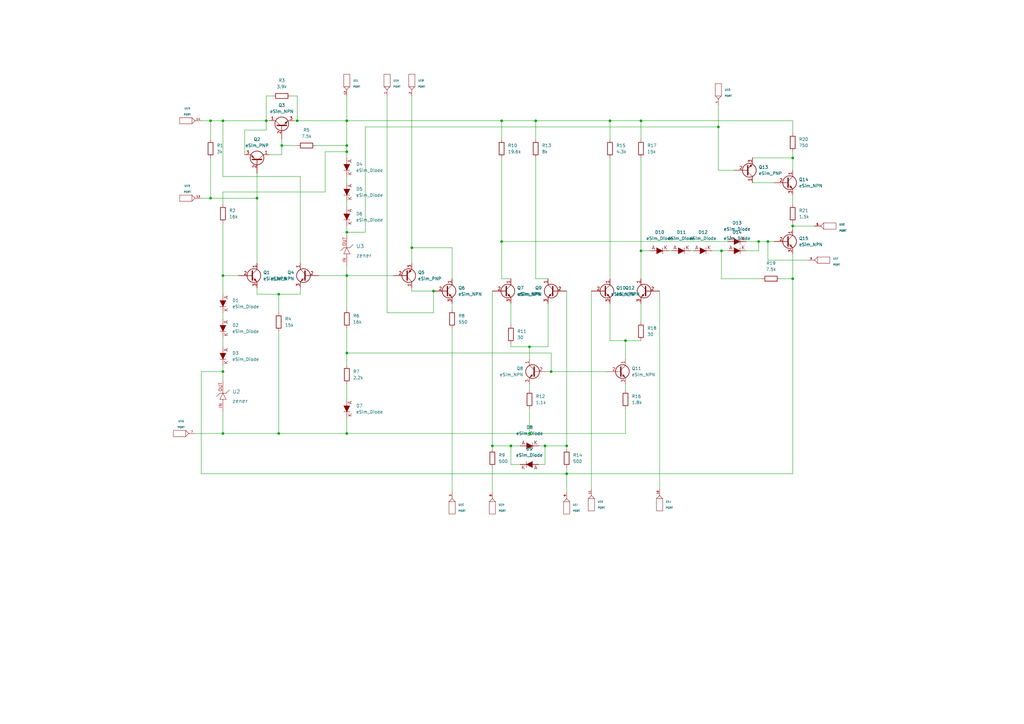
<source format=kicad_sch>
(kicad_sch (version 20211123) (generator eeschema)
  (paper "A3")
  (lib_symbols
    (symbol "eSim_Analog:zener" (pin_names (offset 1.016))
      (property "Reference" "U" (at -1.27 -2.54 0))
      (property "Value" "zener" (at 0 2.54 0))
      (symbol "zener_0_1"
        (polyline (pts (xy 2.54 -1.27) (xy 1.27 -2.54)))
        (polyline (pts (xy 2.54 1.27) (xy 2.54 -1.27)))
        (polyline (pts (xy 2.54 1.27) (xy 3.81 2.54)))
        (polyline (pts (xy 0 1.27) (xy 0 -1.27) (xy 2.54 0) (xy 0 1.27)))
      )
      (symbol "zener_1_1"
        (pin input line (at -5.08 0 0) (length 5.08) (name "~") (number "IN"))
        (pin output line (at 7.62 0 180) (length 5.08) (name "~") (number "OUT"))
      )
    )
    (symbol "eSim_Devices:eSim_Diode" (pin_numbers hide) (pin_names (offset 1.016) hide)
      (property "Reference" "D" (at 0 2.54 0))
      (property "Value" "eSim_Diode" (at 0 -2.54 0))
      (symbol "eSim_Diode_0_0"
        (text "A" (at -2.54 1.27 0) (effects (font (size 1.524 1.524))))
        (text "K" (at 2.54 1.27 0) (effects (font (size 1.524 1.524))))
      )
      (symbol "eSim_Diode_0_1"
        (polyline (pts (xy 1.27 1.27) (xy 1.27 -1.27)) (stroke (width 0.1524)))
        (polyline (pts (xy -1.27 1.27) (xy 1.27 0) (xy -1.27 -1.27)) (fill (type outline)))
      )
      (symbol "eSim_Diode_1_1"
        (pin passive line (at -3.81 0 0) (length 2.54) (name "A") (number "1"))
        (pin passive line (at 3.81 0 180) (length 2.54) (name "K") (number "2"))
      )
    )
    (symbol "eSim_Devices:eSim_NPN" (pin_names (offset 0) hide)
      (property "Reference" "Q" (at -2.54 1.27 0))
      (property "Value" "eSim_NPN" (at -1.27 3.81 0))
      (symbol "eSim_NPN_0_1"
        (polyline (pts (xy 0.635 0.635) (xy 2.54 2.54)))
        (polyline (pts (xy 0.635 -0.635) (xy 2.54 -2.54) (xy 2.54 -2.54)))
        (polyline (pts (xy 0.635 1.905) (xy 0.635 -1.905) (xy 0.635 -1.905)) (stroke (width 0.508)))
        (polyline (pts (xy 1.27 -1.778) (xy 1.778 -1.27) (xy 2.286 -2.286) (xy 1.27 -1.778) (xy 1.27 -1.778)) (fill (type outline)))
        (circle (center 1.27 0) (radius 2.8194) (stroke (width 0.254)))
      )
      (symbol "eSim_NPN_1_1"
        (pin passive line (at 2.54 5.08 270) (length 2.54) (name "C") (number "1"))
        (pin passive line (at -5.08 0 0) (length 5.715) (name "B") (number "2"))
        (pin passive line (at 2.54 -5.08 90) (length 2.54) (name "E") (number "3"))
      )
    )
    (symbol "eSim_Devices:eSim_PNP" (pin_names (offset 0) hide)
      (property "Reference" "Q" (at -2.54 1.27 0))
      (property "Value" "eSim_PNP" (at -1.27 3.81 0))
      (symbol "eSim_PNP_0_1"
        (polyline (pts (xy 0.635 0.635) (xy 2.54 2.54)))
        (polyline (pts (xy 0.635 -0.635) (xy 2.54 -2.54) (xy 2.54 -2.54)))
        (polyline (pts (xy 0.635 1.905) (xy 0.635 -1.905) (xy 0.635 -1.905)) (stroke (width 0.508)))
        (polyline (pts (xy 2.286 -1.778) (xy 1.778 -2.286) (xy 1.27 -1.27) (xy 2.286 -1.778) (xy 2.286 -1.778)) (fill (type outline)))
        (circle (center 1.27 0) (radius 2.8194) (stroke (width 0.254)))
      )
      (symbol "eSim_PNP_1_1"
        (pin passive line (at 2.54 5.08 270) (length 2.54) (name "C") (number "1"))
        (pin passive line (at -5.08 0 0) (length 5.715) (name "B") (number "2"))
        (pin passive line (at 2.54 -5.08 90) (length 2.54) (name "E") (number "3"))
      )
    )
    (symbol "eSim_Devices:resistor" (pin_numbers hide) (pin_names (offset 0))
      (property "Reference" "R" (at 1.27 3.302 0))
      (property "Value" "resistor" (at 1.27 -1.27 0))
      (symbol "resistor_0_1"
        (rectangle (start 3.81 0.254) (end -1.27 2.286) (stroke (width 0.254)))
      )
      (symbol "resistor_1_1"
        (pin passive line (at -2.54 1.27 0) (length 1.27) (name "~") (number "1"))
        (pin passive line (at 5.08 1.27 180) (length 1.27) (name "~") (number "2"))
      )
    )
    (symbol "eSim_Miscellaneous:PORT" (pin_names (offset 1.016))
      (property "Reference" "U" (at 1.27 2.54 0))
      (property "Value" "PORT" (at 0 0 0))
      (symbol "PORT_0_1"
        (rectangle (start -2.54 1.27) (end 2.54 -1.27))
        (arc (start 2.54 1.27) (mid 3.1355 0.5955) (end 3.81 0))
        (arc (start 3.81 0) (mid 3.1447 -0.6046) (end 2.54 -1.27))
      )
      (symbol "PORT_1_1"
        (pin bidirectional line (at 6.35 0 180) (length 2.54) (name "~") (number "1"))
      )
      (symbol "PORT_2_1"
        (pin bidirectional line (at 6.35 0 180) (length 2.54) (name "~") (number "2"))
      )
      (symbol "PORT_3_1"
        (pin bidirectional line (at 6.35 0 180) (length 2.54) (name "~") (number "3"))
      )
      (symbol "PORT_4_1"
        (pin bidirectional line (at 6.35 0 180) (length 2.54) (name "~") (number "4"))
      )
      (symbol "PORT_5_1"
        (pin bidirectional line (at 6.35 0 180) (length 2.54) (name "~") (number "5"))
      )
      (symbol "PORT_6_1"
        (pin bidirectional line (at 6.35 0 180) (length 2.54) (name "~") (number "6"))
      )
      (symbol "PORT_7_1"
        (pin bidirectional line (at 6.35 0 180) (length 2.54) (name "~") (number "7"))
      )
      (symbol "PORT_8_1"
        (pin bidirectional line (at 6.35 0 180) (length 2.54) (name "~") (number "8"))
      )
      (symbol "PORT_9_1"
        (pin bidirectional line (at 6.35 0 180) (length 2.54) (name "~") (number "9"))
      )
      (symbol "PORT_10_1"
        (pin bidirectional line (at 6.35 0 180) (length 2.54) (name "~") (number "10"))
      )
      (symbol "PORT_11_1"
        (pin bidirectional line (at 6.35 0 180) (length 2.54) (name "~") (number "11"))
      )
      (symbol "PORT_12_1"
        (pin bidirectional line (at 6.35 0 180) (length 2.54) (name "~") (number "12"))
      )
      (symbol "PORT_13_1"
        (pin bidirectional line (at 6.35 0 180) (length 2.54) (name "~") (number "13"))
      )
      (symbol "PORT_14_1"
        (pin bidirectional line (at 6.35 0 180) (length 2.54) (name "~") (number "14"))
      )
      (symbol "PORT_15_1"
        (pin bidirectional line (at 6.35 0 180) (length 2.54) (name "~") (number "15"))
      )
      (symbol "PORT_16_1"
        (pin bidirectional line (at 6.35 0 180) (length 2.54) (name "~") (number "16"))
      )
      (symbol "PORT_17_1"
        (pin bidirectional line (at 6.35 0 180) (length 2.54) (name "~") (number "17"))
      )
      (symbol "PORT_18_1"
        (pin bidirectional line (at 6.35 0 180) (length 2.54) (name "~") (number "18"))
      )
      (symbol "PORT_19_1"
        (pin bidirectional line (at 6.35 0 180) (length 2.54) (name "~") (number "19"))
      )
      (symbol "PORT_20_1"
        (pin bidirectional line (at 6.35 0 180) (length 2.54) (name "~") (number "20"))
      )
      (symbol "PORT_21_1"
        (pin bidirectional line (at 6.35 0 180) (length 2.54) (name "~") (number "21"))
      )
      (symbol "PORT_22_1"
        (pin bidirectional line (at 6.35 0 180) (length 2.54) (name "~") (number "22"))
      )
      (symbol "PORT_23_1"
        (pin bidirectional line (at 6.35 0 180) (length 2.54) (name "~") (number "23"))
      )
      (symbol "PORT_24_1"
        (pin bidirectional line (at 6.35 0 180) (length 2.54) (name "~") (number "24"))
      )
      (symbol "PORT_25_1"
        (pin bidirectional line (at 6.35 0 180) (length 2.54) (name "~") (number "25"))
      )
      (symbol "PORT_26_1"
        (pin bidirectional line (at 6.35 0 180) (length 2.54) (name "~") (number "26"))
      )
    )
  )
  (junction (at 311.15 99.06))
  (junction (at 142.24 62.23))
  (junction (at 142.24 177.8))
  (junction (at 86.36 81.28))
  (junction (at 91.44 113.03))
  (junction (at 121.92 49.53))
  (junction (at 217.17 142.24))
  (junction (at 262.89 102.87))
  (junction (at 142.24 144.78))
  (junction (at 142.24 95.25))
  (junction (at 177.8 119.38))
  (junction (at 86.36 49.53))
  (junction (at 205.74 49.53))
  (junction (at 114.3 177.8))
  (junction (at 109.22 49.53))
  (junction (at 314.96 99.06))
  (junction (at 294.64 52.07))
  (junction (at 295.91 102.87))
  (junction (at 219.71 49.53))
  (junction (at 168.91 101.6))
  (junction (at 256.54 139.7))
  (junction (at 201.93 182.88))
  (junction (at 115.57 59.69))
  (junction (at 226.06 152.4))
  (junction (at 105.41 81.28))
  (junction (at 262.89 49.53))
  (junction (at 223.52 182.88))
  (junction (at 91.44 152.4))
  (junction (at 205.74 99.06))
  (junction (at 209.55 182.88))
  (junction (at 142.24 113.03))
  (junction (at 142.24 59.69))
  (junction (at 91.44 177.8))
  (junction (at 114.3 120.65))
  (junction (at 142.24 49.53))
  (junction (at 325.12 92.71))
  (junction (at 325.12 114.3))
  (junction (at 217.17 177.8))
  (junction (at 250.19 49.53))
  (junction (at 232.41 194.31))
  (junction (at 232.41 182.88))
  (junction (at 325.12 64.77))
  (junction (at 91.44 49.53))
  (wire (pts (xy 110.49 63.5) (xy 115.57 63.5)))
  (wire (pts (xy 314.96 106.68) (xy 331.47 106.68)))
  (wire (pts (xy 121.92 39.37) (xy 121.92 49.53)))
  (wire (pts (xy 314.96 99.06) (xy 317.5 99.06)))
  (wire (pts (xy 115.57 63.5) (xy 115.57 59.69)))
  (wire (pts (xy 105.41 71.12) (xy 105.41 81.28)))
  (wire (pts (xy 91.44 149.86) (xy 91.44 152.4)))
  (wire (pts (xy 312.42 114.3) (xy 295.91 114.3)))
  (wire (pts (xy 133.35 78.74) (xy 133.35 62.23)))
  (wire (pts (xy 205.74 57.15) (xy 205.74 49.53)))
  (wire (pts (xy 325.12 104.14) (xy 325.12 114.3)))
  (wire (pts (xy 114.3 120.65) (xy 123.19 120.65)))
  (wire (pts (xy 256.54 139.7) (xy 250.19 139.7)))
  (wire (pts (xy 142.24 72.39) (xy 142.24 74.93)))
  (wire (pts (xy 86.36 64.77) (xy 86.36 81.28)))
  (wire (pts (xy 115.57 59.69) (xy 115.57 57.15)))
  (wire (pts (xy 142.24 62.23) (xy 142.24 64.77)))
  (wire (pts (xy 232.41 194.31) (xy 82.55 194.31)))
  (wire (pts (xy 142.24 134.62) (xy 142.24 144.78)))
  (wire (pts (xy 133.35 62.23) (xy 142.24 62.23)))
  (wire (pts (xy 217.17 142.24) (xy 224.79 142.24)))
  (wire (pts (xy 91.44 152.4) (xy 91.44 156.21)))
  (wire (pts (xy 158.75 39.37) (xy 158.75 128.27)))
  (wire (pts (xy 91.44 113.03) (xy 97.79 113.03)))
  (wire (pts (xy 325.12 92.71) (xy 325.12 93.98)))
  (wire (pts (xy 185.42 101.6) (xy 168.91 101.6)))
  (wire (pts (xy 325.12 194.31) (xy 232.41 194.31)))
  (wire (pts (xy 100.33 53.34) (xy 109.22 53.34)))
  (wire (pts (xy 91.44 177.8) (xy 91.44 168.91)))
  (wire (pts (xy 219.71 114.3) (xy 219.71 64.77)))
  (wire (pts (xy 294.64 43.18) (xy 294.64 52.07)))
  (wire (pts (xy 121.92 49.53) (xy 142.24 49.53)))
  (wire (pts (xy 320.04 114.3) (xy 325.12 114.3)))
  (wire (pts (xy 91.44 128.27) (xy 91.44 130.81)))
  (wire (pts (xy 224.79 114.3) (xy 219.71 114.3)))
  (wire (pts (xy 129.54 59.69) (xy 142.24 59.69)))
  (wire (pts (xy 111.76 39.37) (xy 109.22 39.37)))
  (wire (pts (xy 314.96 99.06) (xy 314.96 106.68)))
  (wire (pts (xy 185.42 124.46) (xy 185.42 127)))
  (wire (pts (xy 86.36 49.53) (xy 91.44 49.53)))
  (wire (pts (xy 325.12 114.3) (xy 325.12 194.31)))
  (wire (pts (xy 219.71 49.53) (xy 219.71 57.15)))
  (wire (pts (xy 91.44 72.39) (xy 91.44 49.53)))
  (wire (pts (xy 91.44 91.44) (xy 91.44 113.03)))
  (wire (pts (xy 294.64 69.85) (xy 294.64 52.07)))
  (wire (pts (xy 262.89 64.77) (xy 262.89 102.87)))
  (wire (pts (xy 205.74 99.06) (xy 298.45 99.06)))
  (wire (pts (xy 114.3 177.8) (xy 91.44 177.8)))
  (wire (pts (xy 300.99 69.85) (xy 294.64 69.85)))
  (wire (pts (xy 250.19 49.53) (xy 250.19 57.15)))
  (wire (pts (xy 325.12 80.01) (xy 325.12 83.82)))
  (wire (pts (xy 209.55 190.5) (xy 209.55 182.88)))
  (wire (pts (xy 109.22 49.53) (xy 110.49 49.53)))
  (wire (pts (xy 223.52 182.88) (xy 232.41 182.88)))
  (wire (pts (xy 209.55 124.46) (xy 209.55 133.35)))
  (wire (pts (xy 250.19 139.7) (xy 250.19 124.46)))
  (wire (pts (xy 91.44 138.43) (xy 91.44 142.24)))
  (wire (pts (xy 142.24 177.8) (xy 114.3 177.8)))
  (wire (pts (xy 115.57 59.69) (xy 121.92 59.69)))
  (wire (pts (xy 325.12 54.61) (xy 325.12 49.53)))
  (wire (pts (xy 142.24 177.8) (xy 217.17 177.8)))
  (wire (pts (xy 105.41 120.65) (xy 114.3 120.65)))
  (wire (pts (xy 217.17 157.48) (xy 217.17 160.02)))
  (wire (pts (xy 168.91 101.6) (xy 168.91 107.95)))
  (wire (pts (xy 82.55 81.28) (xy 86.36 81.28)))
  (wire (pts (xy 306.07 99.06) (xy 311.15 99.06)))
  (wire (pts (xy 262.89 102.87) (xy 266.7 102.87)))
  (wire (pts (xy 274.32 102.87) (xy 275.59 102.87)))
  (wire (pts (xy 217.17 167.64) (xy 217.17 177.8)))
  (wire (pts (xy 311.15 102.87) (xy 311.15 99.06)))
  (wire (pts (xy 105.41 118.11) (xy 105.41 120.65)))
  (wire (pts (xy 86.36 81.28) (xy 105.41 81.28)))
  (wire (pts (xy 114.3 120.65) (xy 114.3 128.27)))
  (wire (pts (xy 226.06 152.4) (xy 226.06 144.78)))
  (wire (pts (xy 168.91 39.37) (xy 168.91 101.6)))
  (wire (pts (xy 262.89 49.53) (xy 250.19 49.53)))
  (wire (pts (xy 325.12 49.53) (xy 262.89 49.53)))
  (wire (pts (xy 217.17 142.24) (xy 217.17 147.32)))
  (wire (pts (xy 295.91 102.87) (xy 298.45 102.87)))
  (wire (pts (xy 232.41 119.38) (xy 232.41 182.88)))
  (wire (pts (xy 306.07 102.87) (xy 311.15 102.87)))
  (wire (pts (xy 119.38 39.37) (xy 121.92 39.37)))
  (wire (pts (xy 91.44 78.74) (xy 133.35 78.74)))
  (wire (pts (xy 256.54 157.48) (xy 256.54 160.02)))
  (wire (pts (xy 142.24 171.45) (xy 142.24 177.8)))
  (wire (pts (xy 219.71 49.53) (xy 205.74 49.53)))
  (wire (pts (xy 270.51 119.38) (xy 270.51 200.66)))
  (wire (pts (xy 213.36 190.5) (xy 209.55 190.5)))
  (wire (pts (xy 142.24 92.71) (xy 142.24 95.25)))
  (wire (pts (xy 295.91 114.3) (xy 295.91 102.87)))
  (wire (pts (xy 142.24 59.69) (xy 142.24 62.23)))
  (wire (pts (xy 105.41 81.28) (xy 105.41 107.95)))
  (wire (pts (xy 109.22 53.34) (xy 109.22 49.53)))
  (wire (pts (xy 142.24 157.48) (xy 142.24 163.83)))
  (wire (pts (xy 262.89 102.87) (xy 262.89 114.3)))
  (wire (pts (xy 149.86 52.07) (xy 149.86 95.25)))
  (wire (pts (xy 224.79 124.46) (xy 224.79 142.24)))
  (wire (pts (xy 205.74 49.53) (xy 142.24 49.53)))
  (wire (pts (xy 220.98 190.5) (xy 223.52 190.5)))
  (wire (pts (xy 91.44 83.82) (xy 91.44 78.74)))
  (wire (pts (xy 201.93 182.88) (xy 201.93 184.15)))
  (wire (pts (xy 177.8 119.38) (xy 177.8 128.27)))
  (wire (pts (xy 209.55 142.24) (xy 217.17 142.24)))
  (wire (pts (xy 232.41 182.88) (xy 232.41 184.15)))
  (wire (pts (xy 256.54 177.8) (xy 217.17 177.8)))
  (wire (pts (xy 120.65 49.53) (xy 121.92 49.53)))
  (wire (pts (xy 205.74 99.06) (xy 205.74 114.3)))
  (wire (pts (xy 325.12 62.23) (xy 325.12 64.77)))
  (wire (pts (xy 224.79 152.4) (xy 226.06 152.4)))
  (wire (pts (xy 142.24 144.78) (xy 142.24 149.86)))
  (wire (pts (xy 226.06 144.78) (xy 142.24 144.78)))
  (wire (pts (xy 232.41 191.77) (xy 232.41 194.31)))
  (wire (pts (xy 242.57 119.38) (xy 242.57 200.66)))
  (wire (pts (xy 123.19 107.95) (xy 123.19 72.39)))
  (wire (pts (xy 123.19 120.65) (xy 123.19 118.11)))
  (wire (pts (xy 82.55 152.4) (xy 91.44 152.4)))
  (wire (pts (xy 311.15 99.06) (xy 314.96 99.06)))
  (wire (pts (xy 201.93 191.77) (xy 201.93 201.93)))
  (wire (pts (xy 220.98 182.88) (xy 223.52 182.88)))
  (wire (pts (xy 262.89 124.46) (xy 262.89 132.08)))
  (wire (pts (xy 292.1 102.87) (xy 295.91 102.87)))
  (wire (pts (xy 201.93 119.38) (xy 201.93 182.88)))
  (wire (pts (xy 209.55 182.88) (xy 213.36 182.88)))
  (wire (pts (xy 142.24 82.55) (xy 142.24 85.09)))
  (wire (pts (xy 100.33 63.5) (xy 100.33 53.34)))
  (wire (pts (xy 294.64 52.07) (xy 149.86 52.07)))
  (wire (pts (xy 185.42 134.62) (xy 185.42 201.93)))
  (wire (pts (xy 308.61 74.93) (xy 317.5 74.93)))
  (wire (pts (xy 142.24 39.37) (xy 142.24 49.53)))
  (wire (pts (xy 130.81 113.03) (xy 142.24 113.03)))
  (wire (pts (xy 250.19 49.53) (xy 219.71 49.53)))
  (wire (pts (xy 114.3 135.89) (xy 114.3 177.8)))
  (wire (pts (xy 142.24 95.25) (xy 142.24 96.52)))
  (wire (pts (xy 256.54 167.64) (xy 256.54 177.8)))
  (wire (pts (xy 205.74 64.77) (xy 205.74 99.06)))
  (wire (pts (xy 232.41 194.31) (xy 232.41 201.93)))
  (wire (pts (xy 325.12 91.44) (xy 325.12 92.71)))
  (wire (pts (xy 209.55 114.3) (xy 205.74 114.3)))
  (wire (pts (xy 256.54 139.7) (xy 256.54 147.32)))
  (wire (pts (xy 262.89 139.7) (xy 256.54 139.7)))
  (wire (pts (xy 223.52 190.5) (xy 223.52 182.88)))
  (wire (pts (xy 325.12 92.71) (xy 334.01 92.71)))
  (wire (pts (xy 82.55 194.31) (xy 82.55 152.4)))
  (wire (pts (xy 177.8 128.27) (xy 158.75 128.27)))
  (wire (pts (xy 80.01 177.8) (xy 91.44 177.8)))
  (wire (pts (xy 308.61 64.77) (xy 325.12 64.77)))
  (wire (pts (xy 142.24 49.53) (xy 142.24 59.69)))
  (wire (pts (xy 142.24 109.22) (xy 142.24 113.03)))
  (wire (pts (xy 226.06 152.4) (xy 248.92 152.4)))
  (wire (pts (xy 168.91 118.11) (xy 168.91 119.38)))
  (wire (pts (xy 91.44 113.03) (xy 91.44 120.65)))
  (wire (pts (xy 109.22 39.37) (xy 109.22 49.53)))
  (wire (pts (xy 325.12 64.77) (xy 325.12 69.85)))
  (wire (pts (xy 250.19 64.77) (xy 250.19 114.3)))
  (wire (pts (xy 142.24 113.03) (xy 142.24 127)))
  (wire (pts (xy 86.36 49.53) (xy 86.36 57.15)))
  (wire (pts (xy 168.91 119.38) (xy 177.8 119.38)))
  (wire (pts (xy 91.44 49.53) (xy 109.22 49.53)))
  (wire (pts (xy 82.55 49.53) (xy 86.36 49.53)))
  (wire (pts (xy 283.21 102.87) (xy 284.48 102.87)))
  (wire (pts (xy 262.89 49.53) (xy 262.89 57.15)))
  (wire (pts (xy 185.42 114.3) (xy 185.42 101.6)))
  (wire (pts (xy 149.86 95.25) (xy 142.24 95.25)))
  (wire (pts (xy 209.55 140.97) (xy 209.55 142.24)))
  (wire (pts (xy 123.19 72.39) (xy 91.44 72.39)))
  (wire (pts (xy 201.93 182.88) (xy 209.55 182.88)))
  (wire (pts (xy 142.24 113.03) (xy 161.29 113.03)))
  (symbol (lib_id "eSim_Miscellaneous:PORT") (at 158.75 33.02 270) (unit 1)
    (property "Reference" "U1" (at 161.29 33.02 90) (effects (font (size 0.762 0.762)) (justify left)))
    (property "Value" "PORT" (at 161.29 35.56 90) (effects (font (size 0.762 0.762)) (justify left)))
  )
  (symbol (lib_id "eSim_Devices:eSim_NPN") (at 182.88 119.38 0) (unit 1)
    (property "Reference" "Q6" (at 187.96 118.1099 0) (effects (justify left)))
    (property "Value" "eSim_NPN" (at 187.96 120.6499 0) (effects (justify left)))
  )
  (symbol (lib_id "eSim_Devices:resistor") (at 317.5 113.03 180) (unit 1)
    (property "Reference" "R19" (at 316.23 107.95 0))
    (property "Value" "7.5k" (at 316.23 110.49 0))
  )
  (symbol (lib_id "eSim_Devices:resistor") (at 124.46 60.96 0) (unit 1)
    (property "Reference" "R5" (at 125.73 53.34 0))
    (property "Value" "7.5k" (at 125.73 55.88 0))
  )
  (symbol (lib_id "eSim_Devices:resistor") (at 218.44 165.1 90) (unit 1)
    (property "Reference" "R12" (at 219.71 162.5599 90) (effects (justify right)))
    (property "Value" "1.1k" (at 219.71 165.0999 90) (effects (justify right)))
  )
  (symbol (lib_id "eSim_Devices:eSim_Diode") (at 270.51 102.87 0) (unit 1)
    (property "Reference" "D10" (at 270.5644 95.25 0))
    (property "Value" "eSim_Diode" (at 270.5644 97.79 0))
  )
  (symbol (lib_id "eSim_Devices:eSim_Diode") (at 142.24 68.58 270) (unit 1)
    (property "Reference" "D4" (at 146.05 67.3643 90) (effects (justify left)))
    (property "Value" "eSim_Diode" (at 146.05 69.9043 90) (effects (justify left)))
  )
  (symbol (lib_id "eSim_Devices:eSim_NPN") (at 115.57 52.07 90) (unit 1)
    (property "Reference" "Q3" (at 115.57 43.18 90))
    (property "Value" "eSim_NPN" (at 115.57 45.72 90))
  )
  (symbol (lib_id "eSim_Analog:zener") (at 142.24 104.14 270) (mirror x) (unit 1)
    (property "Reference" "U3" (at 146.05 100.965 90) (effects (font (size 1.524 1.524)) (justify left)))
    (property "Value" "zener" (at 146.05 104.775 90) (effects (font (size 1.524 1.524)) (justify left)))
  )
  (symbol (lib_id "eSim_Devices:eSim_Diode") (at 279.4 102.87 0) (unit 1)
    (property "Reference" "D11" (at 279.4544 95.25 0))
    (property "Value" "eSim_Diode" (at 279.4544 97.79 0))
  )
  (symbol (lib_id "eSim_Miscellaneous:PORT") (at 142.24 33.02 270) (unit 12)
    (property "Reference" "U1" (at 144.78 33.02 90) (effects (font (size 0.762 0.762)) (justify left)))
    (property "Value" "PORT" (at 144.78 35.56 90) (effects (font (size 0.762 0.762)) (justify left)))
  )
  (symbol (lib_id "eSim_Devices:resistor") (at 220.98 62.23 90) (unit 1)
    (property "Reference" "R13" (at 222.25 59.6899 90) (effects (justify right)))
    (property "Value" "8k" (at 222.25 62.2299 90) (effects (justify right)))
  )
  (symbol (lib_id "eSim_Devices:eSim_NPN") (at 102.87 113.03 0) (unit 1)
    (property "Reference" "Q1" (at 107.95 111.7599 0) (effects (justify left)))
    (property "Value" "eSim_NPN" (at 107.95 114.2999 0) (effects (justify left)))
  )
  (symbol (lib_id "eSim_Devices:eSim_Diode") (at 288.29 102.87 0) (unit 1)
    (property "Reference" "D12" (at 288.3444 95.25 0))
    (property "Value" "eSim_Diode" (at 288.3444 97.79 0))
  )
  (symbol (lib_id "eSim_Devices:eSim_PNP") (at 166.37 113.03 0) (mirror x) (unit 1)
    (property "Reference" "Q5" (at 171.45 111.7599 0) (effects (justify left)))
    (property "Value" "eSim_PNP" (at 171.45 114.2999 0) (effects (justify left)))
  )
  (symbol (lib_id "eSim_Devices:resistor") (at 143.51 154.94 90) (unit 1)
    (property "Reference" "R7" (at 144.78 152.3999 90) (effects (justify right)))
    (property "Value" "2.2k" (at 144.78 154.9399 90) (effects (justify right)))
  )
  (symbol (lib_id "eSim_Miscellaneous:PORT") (at 76.2 81.28 0) (unit 13)
    (property "Reference" "U1" (at 76.835 76.2 0) (effects (font (size 0.762 0.762))))
    (property "Value" "PORT" (at 76.835 78.74 0) (effects (font (size 0.762 0.762))))
  )
  (symbol (lib_id "eSim_Devices:resistor") (at 115.57 133.35 90) (unit 1)
    (property "Reference" "R4" (at 116.84 130.8099 90) (effects (justify right)))
    (property "Value" "15k" (at 116.84 133.3499 90) (effects (justify right)))
  )
  (symbol (lib_id "eSim_Devices:eSim_NPN") (at 247.65 119.38 0) (unit 1)
    (property "Reference" "Q10" (at 252.73 118.1099 0) (effects (justify left)))
    (property "Value" "eSim_NPN" (at 252.73 120.6499 0) (effects (justify left)))
  )
  (symbol (lib_id "eSim_Devices:eSim_NPN") (at 227.33 119.38 0) (mirror y) (unit 1)
    (property "Reference" "Q9" (at 222.25 118.1099 0) (effects (justify left)))
    (property "Value" "eSim_NPN" (at 222.25 120.6499 0) (effects (justify left)))
  )
  (symbol (lib_id "eSim_Miscellaneous:PORT") (at 294.64 36.83 270) (unit 4)
    (property "Reference" "U1" (at 297.18 36.83 90) (effects (font (size 0.762 0.762)) (justify left)))
    (property "Value" "PORT" (at 297.18 39.37 90) (effects (font (size 0.762 0.762)) (justify left)))
  )
  (symbol (lib_id "eSim_Devices:eSim_Diode") (at 142.24 78.74 270) (unit 1)
    (property "Reference" "D5" (at 146.05 77.5243 90) (effects (justify left)))
    (property "Value" "eSim_Diode" (at 146.05 80.0643 90) (effects (justify left)))
  )
  (symbol (lib_id "eSim_Devices:resistor") (at 251.46 62.23 90) (unit 1)
    (property "Reference" "R15" (at 252.73 59.6899 90) (effects (justify right)))
    (property "Value" "4.3k" (at 252.73 62.2299 90) (effects (justify right)))
  )
  (symbol (lib_id "eSim_Devices:resistor") (at 264.16 62.23 90) (unit 1)
    (property "Reference" "R17" (at 265.43 59.6899 90) (effects (justify right)))
    (property "Value" "15k" (at 265.43 62.2299 90) (effects (justify right)))
  )
  (symbol (lib_id "eSim_Devices:eSim_Diode") (at 142.24 167.64 270) (unit 1)
    (property "Reference" "D7" (at 146.05 166.4243 90) (effects (justify left)))
    (property "Value" "eSim_Diode" (at 146.05 168.9643 90) (effects (justify left)))
  )
  (symbol (lib_id "eSim_Devices:eSim_Diode") (at 302.26 99.06 0) (unit 1)
    (property "Reference" "D13" (at 302.3144 91.44 0))
    (property "Value" "eSim_Diode" (at 302.3144 93.98 0))
  )
  (symbol (lib_id "eSim_Devices:resistor") (at 207.01 62.23 90) (unit 1)
    (property "Reference" "R10" (at 208.28 59.6899 90) (effects (justify right)))
    (property "Value" "19.6k" (at 208.28 62.2299 90) (effects (justify right)))
  )
  (symbol (lib_id "eSim_Devices:eSim_Diode") (at 142.24 88.9 270) (unit 1)
    (property "Reference" "D6" (at 146.05 87.6843 90) (effects (justify left)))
    (property "Value" "eSim_Diode" (at 146.05 90.2243 90) (effects (justify left)))
  )
  (symbol (lib_id "eSim_Devices:resistor") (at 186.69 132.08 90) (unit 1)
    (property "Reference" "R8" (at 187.96 129.5399 90) (effects (justify right)))
    (property "Value" "550" (at 187.96 132.0799 90) (effects (justify right)))
  )
  (symbol (lib_id "eSim_Miscellaneous:PORT") (at 340.36 92.71 180) (unit 5)
    (property "Reference" "U1" (at 344.17 92.075 0) (effects (font (size 0.762 0.762)) (justify right)))
    (property "Value" "PORT" (at 344.17 94.615 0) (effects (font (size 0.762 0.762)) (justify right)))
  )
  (symbol (lib_id "eSim_Devices:resistor") (at 233.68 189.23 90) (unit 1)
    (property "Reference" "R14" (at 234.95 186.6899 90) (effects (justify right)))
    (property "Value" "500" (at 234.95 189.2299 90) (effects (justify right)))
  )
  (symbol (lib_id "eSim_Devices:resistor") (at 87.63 62.23 90) (unit 1)
    (property "Reference" "R1" (at 88.9 59.6899 90) (effects (justify right)))
    (property "Value" "3k" (at 88.9 62.2299 90) (effects (justify right)))
  )
  (symbol (lib_id "eSim_Devices:resistor") (at 264.16 137.16 90) (unit 1)
    (property "Reference" "R18" (at 265.43 134.6199 90) (effects (justify right)))
    (property "Value" "30" (at 265.43 137.1599 90) (effects (justify right)))
  )
  (symbol (lib_id "eSim_Miscellaneous:PORT") (at 73.66 177.8 0) (unit 7)
    (property "Reference" "U1" (at 74.295 172.72 0) (effects (font (size 0.762 0.762))))
    (property "Value" "PORT" (at 74.295 175.26 0) (effects (font (size 0.762 0.762))))
  )
  (symbol (lib_id "eSim_Devices:resistor") (at 92.71 88.9 90) (unit 1)
    (property "Reference" "R2" (at 93.98 86.3599 90) (effects (justify right)))
    (property "Value" "16k" (at 93.98 88.8999 90) (effects (justify right)))
  )
  (symbol (lib_id "eSim_Devices:resistor") (at 326.39 88.9 90) (unit 1)
    (property "Reference" "R21" (at 327.66 86.3599 90) (effects (justify right)))
    (property "Value" "1.5k" (at 327.66 88.8999 90) (effects (justify right)))
  )
  (symbol (lib_id "eSim_Devices:eSim_PNP") (at 105.41 66.04 270) (mirror x) (unit 1)
    (property "Reference" "Q2" (at 105.41 57.15 90))
    (property "Value" "eSim_PNP" (at 105.41 59.69 90))
  )
  (symbol (lib_id "eSim_Devices:resistor") (at 257.81 165.1 90) (unit 1)
    (property "Reference" "R16" (at 259.08 162.5599 90) (effects (justify right)))
    (property "Value" "1.8k" (at 259.08 165.0999 90) (effects (justify right)))
  )
  (symbol (lib_id "eSim_Miscellaneous:PORT") (at 337.82 106.68 180) (unit 6)
    (property "Reference" "U1" (at 341.63 106.045 0) (effects (font (size 0.762 0.762)) (justify right)))
    (property "Value" "PORT" (at 341.63 108.585 0) (effects (font (size 0.762 0.762)) (justify right)))
  )
  (symbol (lib_id "eSim_Devices:eSim_NPN") (at 219.71 152.4 0) (mirror y) (unit 1)
    (property "Reference" "Q8" (at 214.63 151.1299 0) (effects (justify left)))
    (property "Value" "eSim_NPN" (at 214.63 153.6699 0) (effects (justify left)))
  )
  (symbol (lib_id "eSim_Devices:eSim_PNP") (at 306.07 69.85 0) (mirror x) (unit 1)
    (property "Reference" "Q13" (at 311.15 68.5799 0) (effects (justify left)))
    (property "Value" "eSim_PNP" (at 311.15 71.1199 0) (effects (justify left)))
  )
  (symbol (lib_id "eSim_Devices:eSim_NPN") (at 254 152.4 0) (unit 1)
    (property "Reference" "Q11" (at 259.08 151.1299 0) (effects (justify left)))
    (property "Value" "eSim_NPN" (at 259.08 153.6699 0) (effects (justify left)))
  )
  (symbol (lib_id "eSim_Devices:eSim_Diode") (at 91.44 124.46 270) (unit 1)
    (property "Reference" "D1" (at 95.25 123.2443 90) (effects (justify left)))
    (property "Value" "eSim_Diode" (at 95.25 125.7843 90) (effects (justify left)))
  )
  (symbol (lib_id "eSim_Miscellaneous:PORT") (at 270.51 207.01 90) (unit 10)
    (property "Reference" "U1" (at 273.05 205.74 90) (effects (font (size 0.762 0.762)) (justify right)))
    (property "Value" "PORT" (at 273.05 208.28 90) (effects (font (size 0.762 0.762)) (justify right)))
  )
  (symbol (lib_id "eSim_Miscellaneous:PORT") (at 242.57 207.01 90) (unit 11)
    (property "Reference" "U1" (at 245.11 205.74 90) (effects (font (size 0.762 0.762)) (justify right)))
    (property "Value" "PORT" (at 245.11 208.28 90) (effects (font (size 0.762 0.762)) (justify right)))
  )
  (symbol (lib_id "eSim_Devices:resistor") (at 114.3 40.64 0) (unit 1)
    (property "Reference" "R3" (at 115.57 33.02 0))
    (property "Value" "3.9k" (at 115.57 35.56 0))
  )
  (symbol (lib_id "eSim_Devices:eSim_NPN") (at 265.43 119.38 0) (mirror y) (unit 1)
    (property "Reference" "Q12" (at 260.35 118.1099 0) (effects (justify left)))
    (property "Value" "eSim_NPN" (at 260.35 120.6499 0) (effects (justify left)))
  )
  (symbol (lib_id "eSim_Devices:eSim_Diode") (at 91.44 134.62 270) (unit 1)
    (property "Reference" "D2" (at 95.25 133.4043 90) (effects (justify left)))
    (property "Value" "eSim_Diode" (at 95.25 135.9443 90) (effects (justify left)))
  )
  (symbol (lib_id "eSim_Devices:eSim_Diode") (at 302.26 102.87 0) (unit 1)
    (property "Reference" "D14" (at 302.3144 95.25 0))
    (property "Value" "eSim_Diode" (at 302.3144 97.79 0))
  )
  (symbol (lib_id "eSim_Devices:resistor") (at 203.2 189.23 90) (unit 1)
    (property "Reference" "R9" (at 204.47 186.6899 90) (effects (justify right)))
    (property "Value" "500" (at 204.47 189.2299 90) (effects (justify right)))
  )
  (symbol (lib_id "eSim_Devices:eSim_Diode") (at 217.17 182.88 0) (unit 1)
    (property "Reference" "D8" (at 217.2244 175.26 0))
    (property "Value" "eSim_Diode" (at 217.2244 177.8 0))
  )
  (symbol (lib_id "eSim_Miscellaneous:PORT") (at 168.91 33.02 270) (unit 2)
    (property "Reference" "U1" (at 171.45 33.02 90) (effects (font (size 0.762 0.762)) (justify left)))
    (property "Value" "PORT" (at 171.45 35.56 90) (effects (font (size 0.762 0.762)) (justify left)))
  )
  (symbol (lib_id "eSim_Devices:resistor") (at 210.82 138.43 90) (unit 1)
    (property "Reference" "R11" (at 212.09 135.8899 90) (effects (justify right)))
    (property "Value" "30" (at 212.09 138.4299 90) (effects (justify right)))
  )
  (symbol (lib_id "eSim_Miscellaneous:PORT") (at 232.41 208.28 90) (unit 9)
    (property "Reference" "U1" (at 234.95 207.01 90) (effects (font (size 0.762 0.762)) (justify right)))
    (property "Value" "PORT" (at 234.95 209.55 90) (effects (font (size 0.762 0.762)) (justify right)))
  )
  (symbol (lib_id "eSim_Devices:resistor") (at 326.39 59.69 90) (unit 1)
    (property "Reference" "R20" (at 327.66 57.1499 90) (effects (justify right)))
    (property "Value" "750" (at 327.66 59.6899 90) (effects (justify right)))
  )
  (symbol (lib_id "eSim_Devices:eSim_Diode") (at 91.44 146.05 270) (unit 1)
    (property "Reference" "D3" (at 95.25 144.8343 90) (effects (justify left)))
    (property "Value" "eSim_Diode" (at 95.25 147.3743 90) (effects (justify left)))
  )
  (symbol (lib_id "eSim_Miscellaneous:PORT") (at 76.2 49.53 0) (unit 14)
    (property "Reference" "U1" (at 76.835 44.45 0) (effects (font (size 0.762 0.762))))
    (property "Value" "PORT" (at 76.835 46.99 0) (effects (font (size 0.762 0.762))))
  )
  (symbol (lib_id "eSim_Devices:eSim_Diode") (at 217.17 190.5 180) (unit 1)
    (property "Reference" "D9" (at 217.1155 184.15 0))
    (property "Value" "eSim_Diode" (at 217.1155 186.69 0))
  )
  (symbol (lib_id "eSim_Devices:eSim_NPN") (at 322.58 74.93 0) (unit 1)
    (property "Reference" "Q14" (at 327.66 73.6599 0) (effects (justify left)))
    (property "Value" "eSim_NPN" (at 327.66 76.1999 0) (effects (justify left)))
  )
  (symbol (lib_id "eSim_Devices:resistor") (at 143.51 132.08 90) (unit 1)
    (property "Reference" "R6" (at 144.78 129.5399 90) (effects (justify right)))
    (property "Value" "16k" (at 144.78 132.0799 90) (effects (justify right)))
  )
  (symbol (lib_id "eSim_Miscellaneous:PORT") (at 185.42 208.28 90) (unit 3)
    (property "Reference" "U1" (at 187.96 207.01 90) (effects (font (size 0.762 0.762)) (justify right)))
    (property "Value" "PORT" (at 187.96 209.55 90) (effects (font (size 0.762 0.762)) (justify right)))
  )
  (symbol (lib_id "eSim_Miscellaneous:PORT") (at 201.93 208.28 90) (unit 8)
    (property "Reference" "U1" (at 204.47 207.01 90) (effects (font (size 0.762 0.762)) (justify right)))
    (property "Value" "PORT" (at 204.47 209.55 90) (effects (font (size 0.762 0.762)) (justify right)))
  )
  (symbol (lib_id "eSim_Devices:eSim_NPN") (at 322.58 99.06 0) (unit 1)
    (property "Reference" "Q15" (at 327.66 97.7899 0) (effects (justify left)))
    (property "Value" "eSim_NPN" (at 327.66 100.3299 0) (effects (justify left)))
  )
  (symbol (lib_id "eSim_Devices:eSim_NPN") (at 125.73 113.03 0) (mirror y) (unit 1)
    (property "Reference" "Q4" (at 120.65 111.7599 0) (effects (justify left)))
    (property "Value" "eSim_NPN" (at 120.65 114.2999 0) (effects (justify left)))
  )
  (symbol (lib_id "eSim_Devices:eSim_NPN") (at 207.01 119.38 0) (unit 1)
    (property "Reference" "Q7" (at 212.09 118.1099 0) (effects (justify left)))
    (property "Value" "eSim_NPN" (at 212.09 120.6499 0) (effects (justify left)))
  )
  (symbol (lib_id "eSim_Analog:zener") (at 91.44 163.83 270) (mirror x) (unit 1)
    (property "Reference" "U2" (at 95.25 160.655 90) (effects (font (size 1.524 1.524)) (justify left)))
    (property "Value" "zener" (at 95.25 164.465 90) (effects (font (size 1.524 1.524)) (justify left)))
  )
)
</source>
